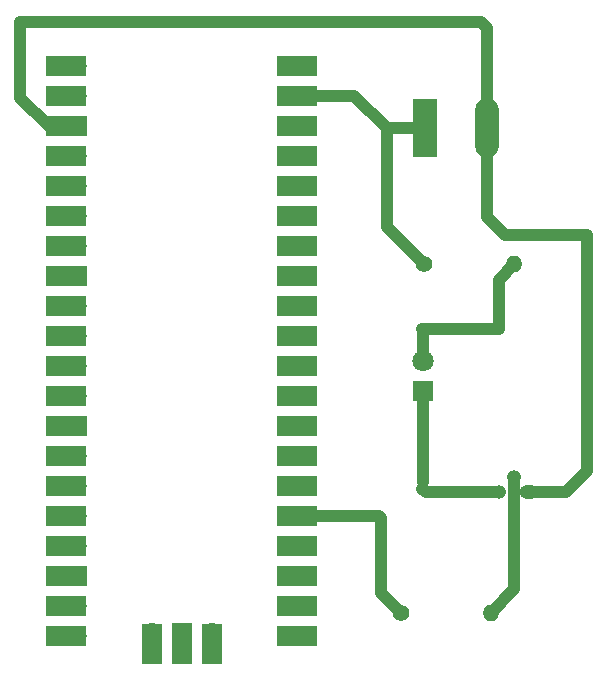
<source format=gbr>
%TF.GenerationSoftware,KiCad,Pcbnew,8.0.0*%
%TF.CreationDate,2024-03-28T11:28:22-03:00*%
%TF.ProjectId,POND_MOD05SEM06,504f4e44-5f4d-44f4-9430-3553454d3036,rev?*%
%TF.SameCoordinates,Original*%
%TF.FileFunction,Copper,L1,Top*%
%TF.FilePolarity,Positive*%
%FSLAX46Y46*%
G04 Gerber Fmt 4.6, Leading zero omitted, Abs format (unit mm)*
G04 Created by KiCad (PCBNEW 8.0.0) date 2024-03-28 11:28:22*
%MOMM*%
%LPD*%
G01*
G04 APERTURE LIST*
%TA.AperFunction,ComponentPad*%
%ADD10R,2.020000X5.020000*%
%TD*%
%TA.AperFunction,ComponentPad*%
%ADD11O,2.020000X5.020000*%
%TD*%
%TA.AperFunction,ComponentPad*%
%ADD12C,1.400000*%
%TD*%
%TA.AperFunction,ComponentPad*%
%ADD13O,1.400000X1.400000*%
%TD*%
%TA.AperFunction,ComponentPad*%
%ADD14R,1.800000X1.800000*%
%TD*%
%TA.AperFunction,ComponentPad*%
%ADD15C,1.800000*%
%TD*%
%TA.AperFunction,ComponentPad*%
%ADD16O,1.700000X1.700000*%
%TD*%
%TA.AperFunction,SMDPad,CuDef*%
%ADD17R,3.500000X1.700000*%
%TD*%
%TA.AperFunction,ComponentPad*%
%ADD18R,1.700000X1.700000*%
%TD*%
%TA.AperFunction,SMDPad,CuDef*%
%ADD19R,1.700000X3.500000*%
%TD*%
%TA.AperFunction,ComponentPad*%
%ADD20O,1.600000X1.200000*%
%TD*%
%TA.AperFunction,ComponentPad*%
%ADD21O,1.200000X1.200000*%
%TD*%
%TA.AperFunction,Conductor*%
%ADD22C,1.000000*%
%TD*%
%TA.AperFunction,Conductor*%
%ADD23C,0.200000*%
%TD*%
G04 APERTURE END LIST*
D10*
%TO.P,J1,1*%
%TO.N,VCC*%
X117790000Y-49000000D03*
D11*
%TO.P,J1,2*%
%TO.N,GND*%
X122970000Y-49000000D03*
%TD*%
D12*
%TO.P,R1,1*%
%TO.N,VCC*%
X117690000Y-60500000D03*
D13*
%TO.P,R1,2*%
%TO.N,Net-(D1-A)*%
X125310000Y-60500000D03*
%TD*%
D14*
%TO.P,D1,1,K*%
%TO.N,Net-(D1-K)*%
X117550000Y-71250000D03*
D15*
%TO.P,D1,2,A*%
%TO.N,Net-(D1-A)*%
X117550000Y-68710000D03*
%TD*%
D13*
%TO.P,R2,2*%
%TO.N,Net-(Q1-B)*%
X123310000Y-90000000D03*
D12*
%TO.P,R2,1*%
%TO.N,Net-(U1-GPIO19)*%
X115690000Y-90000000D03*
%TD*%
D16*
%TO.P,U1,1,GPIO0*%
%TO.N,unconnected-(U1-GPIO0-Pad1)*%
X88255552Y-43735552D03*
D17*
X87355552Y-43735552D03*
D16*
%TO.P,U1,2,GPIO1*%
%TO.N,unconnected-(U1-GPIO1-Pad2)*%
X88255552Y-46275552D03*
D17*
X87355552Y-46275552D03*
D18*
%TO.P,U1,3,GND*%
%TO.N,GND*%
X88255552Y-48815552D03*
D17*
X87355552Y-48815552D03*
D16*
%TO.P,U1,4,GPIO2*%
%TO.N,unconnected-(U1-GPIO2-Pad4)*%
X88255552Y-51355552D03*
D17*
X87355552Y-51355552D03*
D16*
%TO.P,U1,5,GPIO3*%
%TO.N,unconnected-(U1-GPIO3-Pad5)*%
X88255552Y-53895552D03*
D17*
X87355552Y-53895552D03*
D16*
%TO.P,U1,6,GPIO4*%
%TO.N,unconnected-(U1-GPIO4-Pad6)*%
X88255552Y-56435552D03*
D17*
X87355552Y-56435552D03*
D16*
%TO.P,U1,7,GPIO5*%
%TO.N,unconnected-(U1-GPIO5-Pad7)*%
X88255552Y-58975552D03*
D17*
X87355552Y-58975552D03*
D18*
%TO.P,U1,8,GND*%
%TO.N,unconnected-(U1-GND-Pad8)*%
X88255552Y-61515552D03*
D17*
X87355552Y-61515552D03*
D16*
%TO.P,U1,9,GPIO6*%
%TO.N,unconnected-(U1-GPIO6-Pad9)*%
X88255552Y-64055552D03*
D17*
X87355552Y-64055552D03*
D16*
%TO.P,U1,10,GPIO7*%
%TO.N,unconnected-(U1-GPIO7-Pad10)*%
X88255552Y-66595552D03*
D17*
X87355552Y-66595552D03*
D16*
%TO.P,U1,11,GPIO8*%
%TO.N,unconnected-(U1-GPIO8-Pad11)*%
X88255552Y-69135552D03*
D17*
X87355552Y-69135552D03*
D16*
%TO.P,U1,12,GPIO9*%
%TO.N,unconnected-(U1-GPIO9-Pad12)*%
X88255552Y-71675552D03*
D17*
X87355552Y-71675552D03*
D18*
%TO.P,U1,13,GND*%
%TO.N,unconnected-(U1-GND-Pad13)*%
X88255552Y-74215552D03*
D17*
X87355552Y-74215552D03*
D16*
%TO.P,U1,14,GPIO10*%
%TO.N,unconnected-(U1-GPIO10-Pad14)*%
X88255552Y-76755552D03*
D17*
X87355552Y-76755552D03*
D16*
%TO.P,U1,15,GPIO11*%
%TO.N,unconnected-(U1-GPIO11-Pad15)*%
X88255552Y-79295552D03*
D17*
X87355552Y-79295552D03*
D16*
%TO.P,U1,16,GPIO12*%
%TO.N,unconnected-(U1-GPIO12-Pad16)*%
X88255552Y-81835552D03*
D17*
X87355552Y-81835552D03*
D16*
%TO.P,U1,17,GPIO13*%
%TO.N,unconnected-(U1-GPIO13-Pad17)*%
X88255552Y-84375552D03*
D17*
X87355552Y-84375552D03*
D18*
%TO.P,U1,18,GND*%
%TO.N,unconnected-(U1-GND-Pad18)*%
X88255552Y-86915552D03*
D17*
X87355552Y-86915552D03*
D16*
%TO.P,U1,19,GPIO14*%
%TO.N,unconnected-(U1-GPIO14-Pad19)*%
X88255552Y-89455552D03*
D17*
X87355552Y-89455552D03*
D16*
%TO.P,U1,20,GPIO15*%
%TO.N,unconnected-(U1-GPIO15-Pad20)*%
X88255552Y-91995552D03*
D17*
X87355552Y-91995552D03*
D16*
%TO.P,U1,21,GPIO16*%
%TO.N,unconnected-(U1-GPIO16-Pad21)*%
X106035552Y-91995552D03*
D17*
X106935552Y-91995552D03*
D16*
%TO.P,U1,22,GPIO17*%
%TO.N,unconnected-(U1-GPIO17-Pad22)*%
X106035552Y-89455552D03*
D17*
X106935552Y-89455552D03*
D18*
%TO.P,U1,23,GND*%
%TO.N,unconnected-(U1-GND-Pad23)*%
X106035552Y-86915552D03*
D17*
X106935552Y-86915552D03*
D16*
%TO.P,U1,24,GPIO18*%
%TO.N,unconnected-(U1-GPIO18-Pad24)*%
X106035552Y-84375552D03*
D17*
X106935552Y-84375552D03*
D16*
%TO.P,U1,25,GPIO19*%
%TO.N,Net-(U1-GPIO19)*%
X106035552Y-81835552D03*
D17*
X106935552Y-81835552D03*
D16*
%TO.P,U1,26,GPIO20*%
%TO.N,unconnected-(U1-GPIO20-Pad26)*%
X106035552Y-79295552D03*
D17*
X106935552Y-79295552D03*
D16*
%TO.P,U1,27,GPIO21*%
%TO.N,unconnected-(U1-GPIO21-Pad27)*%
X106035552Y-76755552D03*
D17*
X106935552Y-76755552D03*
D18*
%TO.P,U1,28,GND*%
%TO.N,unconnected-(U1-GND-Pad28)*%
X106035552Y-74215552D03*
D17*
X106935552Y-74215552D03*
D16*
%TO.P,U1,29,GPIO22*%
%TO.N,unconnected-(U1-GPIO22-Pad29)*%
X106035552Y-71675552D03*
D17*
X106935552Y-71675552D03*
D16*
%TO.P,U1,30,RUN*%
%TO.N,unconnected-(U1-RUN-Pad30)*%
X106035552Y-69135552D03*
D17*
X106935552Y-69135552D03*
D16*
%TO.P,U1,31,GPIO26_ADC0*%
%TO.N,unconnected-(U1-GPIO26_ADC0-Pad31)*%
X106035552Y-66595552D03*
D17*
X106935552Y-66595552D03*
D16*
%TO.P,U1,32,GPIO27_ADC1*%
%TO.N,unconnected-(U1-GPIO27_ADC1-Pad32)*%
X106035552Y-64055552D03*
D17*
X106935552Y-64055552D03*
D18*
%TO.P,U1,33,AGND*%
%TO.N,unconnected-(U1-AGND-Pad33)*%
X106035552Y-61515552D03*
D17*
X106935552Y-61515552D03*
D16*
%TO.P,U1,34,GPIO28_ADC2*%
%TO.N,unconnected-(U1-GPIO28_ADC2-Pad34)*%
X106035552Y-58975552D03*
D17*
X106935552Y-58975552D03*
D16*
%TO.P,U1,35,ADC_VREF*%
%TO.N,unconnected-(U1-ADC_VREF-Pad35)*%
X106035552Y-56435552D03*
D17*
X106935552Y-56435552D03*
D16*
%TO.P,U1,36,3V3*%
%TO.N,unconnected-(U1-3V3-Pad36)*%
X106035552Y-53895552D03*
D17*
X106935552Y-53895552D03*
D16*
%TO.P,U1,37,3V3_EN*%
%TO.N,unconnected-(U1-3V3_EN-Pad37)*%
X106035552Y-51355552D03*
D17*
X106935552Y-51355552D03*
D18*
%TO.P,U1,38,GND*%
%TO.N,unconnected-(U1-GND-Pad38)*%
X106035552Y-48815552D03*
D17*
X106935552Y-48815552D03*
D16*
%TO.P,U1,39,VSYS*%
%TO.N,VCC*%
X106035552Y-46275552D03*
D17*
X106935552Y-46275552D03*
D16*
%TO.P,U1,40,VBUS*%
%TO.N,unconnected-(U1-VBUS-Pad40)*%
X106035552Y-43735552D03*
D17*
X106935552Y-43735552D03*
D16*
%TO.P,U1,41,SWCLK*%
%TO.N,unconnected-(U1-SWCLK-Pad41)*%
X94605552Y-91765552D03*
D19*
X94605552Y-92665552D03*
D18*
%TO.P,U1,42,GND*%
%TO.N,unconnected-(U1-GND-Pad42)*%
X97145552Y-91765552D03*
D19*
X97145552Y-92665552D03*
D16*
%TO.P,U1,43,SWDIO*%
%TO.N,unconnected-(U1-SWDIO-Pad43)*%
X99685552Y-91765552D03*
D19*
X99685552Y-92665552D03*
%TD*%
D20*
%TO.P,Q1,1,E*%
%TO.N,GND*%
X126585276Y-79815276D03*
D21*
%TO.P,Q1,2,B*%
%TO.N,Net-(Q1-B)*%
X125315276Y-78545276D03*
%TO.P,Q1,3,C*%
%TO.N,Net-(D1-K)*%
X124045276Y-79815276D03*
%TD*%
D22*
%TO.N,VCC*%
X111775552Y-46275552D02*
X106035552Y-46275552D01*
X114500000Y-49000000D02*
X111775552Y-46275552D01*
%TO.N,GND*%
X122500000Y-40000000D02*
X83500000Y-40000000D01*
X83500000Y-40000000D02*
X83500000Y-46420000D01*
X122970000Y-40470000D02*
X122500000Y-40000000D01*
X85895552Y-48815552D02*
X88255552Y-48815552D01*
X122970000Y-49000000D02*
X122970000Y-40470000D01*
X83500000Y-46420000D02*
X85895552Y-48815552D01*
D23*
%TO.N,unconnected-(U1-GND-Pad38)*%
X107595552Y-48815552D02*
X106035552Y-48815552D01*
%TO.N,Net-(U1-GPIO19)*%
X114000000Y-82000000D02*
X113835552Y-81835552D01*
D22*
X114000000Y-88310000D02*
X114000000Y-82000000D01*
X113835552Y-81835552D02*
X106035552Y-81835552D01*
X115690000Y-90000000D02*
X114000000Y-88310000D01*
%TO.N,Net-(Q1-B)*%
X125315276Y-78545276D02*
X125315276Y-87994724D01*
X125315276Y-87994724D02*
X123310000Y-90000000D01*
%TO.N,Net-(D1-K)*%
X117550000Y-78950000D02*
X117550000Y-71250000D01*
D23*
X117500000Y-79000000D02*
X117550000Y-78950000D01*
X117500000Y-79500000D02*
X117500000Y-79000000D01*
D22*
X117815276Y-79815276D02*
X117500000Y-79500000D01*
X124045276Y-79815276D02*
X117815276Y-79815276D01*
%TO.N,GND*%
X122970000Y-56470000D02*
X122970000Y-49000000D01*
X124500000Y-58000000D02*
X122970000Y-56470000D01*
X131500000Y-58000000D02*
X124500000Y-58000000D01*
X129684724Y-79815276D02*
X131500000Y-78000000D01*
X131500000Y-78000000D02*
X131500000Y-58000000D01*
X126585276Y-79815276D02*
X129684724Y-79815276D01*
D23*
%TO.N,Net-(D1-A)*%
X117500000Y-66000000D02*
X117550000Y-66050000D01*
D22*
X117550000Y-66050000D02*
X117550000Y-68710000D01*
X124000000Y-66000000D02*
X117500000Y-66000000D01*
X124000000Y-61810000D02*
X124000000Y-66000000D01*
X125310000Y-60500000D02*
X124000000Y-61810000D01*
%TO.N,VCC*%
X114500000Y-57310000D02*
X117690000Y-60500000D01*
X114500000Y-49000000D02*
X114500000Y-57310000D01*
X117790000Y-49000000D02*
X114500000Y-49000000D01*
D23*
X117790000Y-60600000D02*
X117690000Y-60500000D01*
%TO.N,Net-(U1-GPIO19)*%
X106371104Y-81500000D02*
X106035552Y-81835552D01*
%TO.N,unconnected-(U1-GND-Pad38)*%
X106035552Y-48815552D02*
X107684448Y-48815552D01*
%TD*%
M02*

</source>
